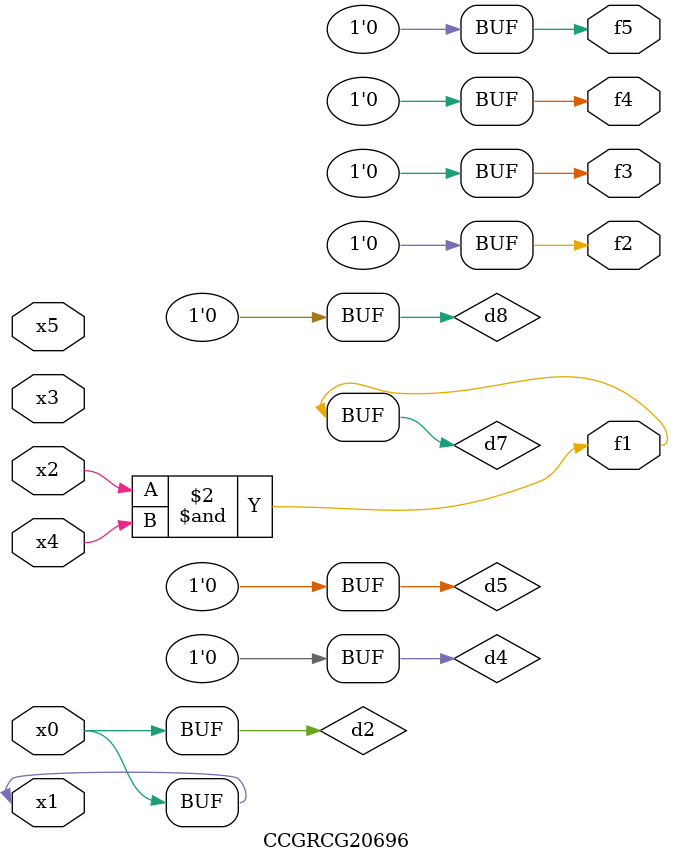
<source format=v>
module CCGRCG20696(
	input x0, x1, x2, x3, x4, x5,
	output f1, f2, f3, f4, f5
);

	wire d1, d2, d3, d4, d5, d6, d7, d8, d9;

	nand (d1, x1);
	buf (d2, x0, x1);
	nand (d3, x2, x4);
	and (d4, d1, d2);
	and (d5, d1, d2);
	nand (d6, d1, d3);
	not (d7, d3);
	xor (d8, d5);
	nor (d9, d5, d6);
	assign f1 = d7;
	assign f2 = d8;
	assign f3 = d8;
	assign f4 = d8;
	assign f5 = d8;
endmodule

</source>
